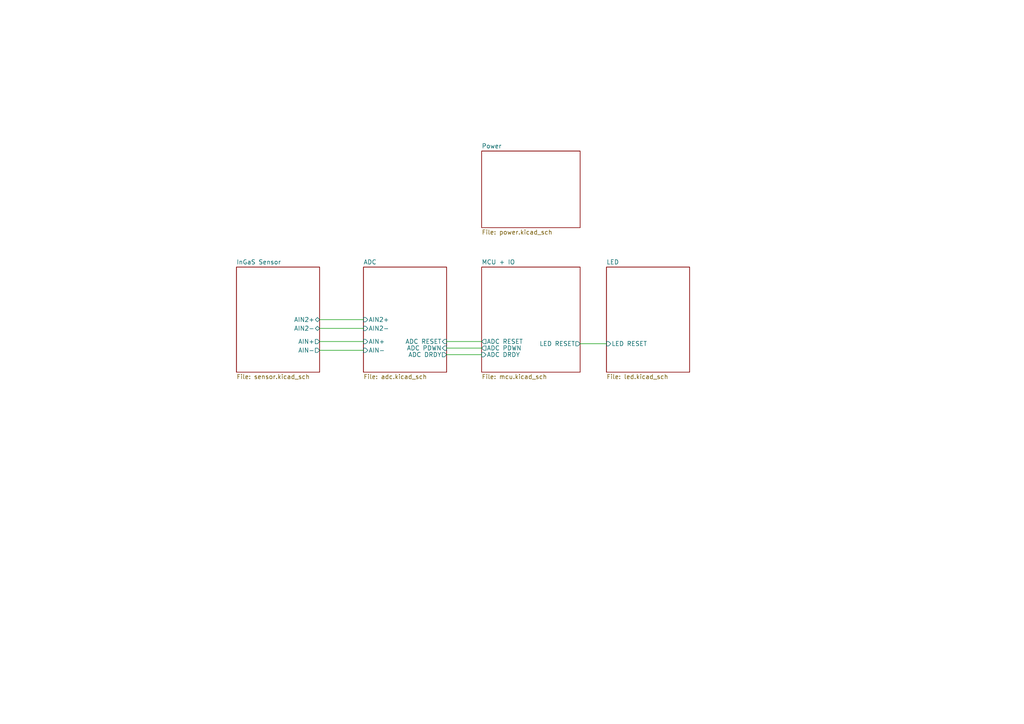
<source format=kicad_sch>
(kicad_sch (version 20211123) (generator eeschema)
  (paper "A4")
  (title_block (title "Development Board") (date "2022-03-15") (rev "2.1") (company "Plastic Scanner"))
  (lib_symbols)
  (wire (pts (xy 92.71 99.06) (xy 105.41 99.06)))
  (wire (pts (xy 92.71 101.6) (xy 105.41 101.6)))
  (wire (pts (xy 129.54 99.06) (xy 139.7 99.06)))
  (wire (pts (xy 92.71 95.25) (xy 105.41 95.25)))
  (wire (pts (xy 92.71 92.71) (xy 105.41 92.71)))
  (wire (pts (xy 168.275 99.695) (xy 175.895 99.695)))
  (wire (pts (xy 129.54 102.87) (xy 139.7 102.87)))
  (wire (pts (xy 129.54 100.965) (xy 139.7 100.965)))
  (sheet (at 175.895 77.47) (size 24.13 30.48) (stroke (width 0.1524))
    (property "Sheet name" "LED" (at 175.895 76.7584 0) (effects (justify left bottom)))
    (property "Sheet file" "led.kicad_sch" (at 175.895 108.5346 0) (effects (justify left top)))
    (pin "LED RESET" input (at 175.895 99.695 180))
  )
  (sheet (at 139.7 43.815) (size 28.575 22.225) (stroke (width 0.1524))
    (property "Sheet name" "Power" (at 139.7 43.1034 0) (effects (justify left bottom)))
    (property "Sheet file" "power.kicad_sch" (at 139.7 66.6246 0) (effects (justify left top)))
  )
  (sheet (at 68.58 77.47) (size 24.13 30.48) (stroke (width 0.1524))
    (property "Sheet name" "InGaS Sensor" (at 68.58 76.7584 0) (effects (justify left bottom)))
    (property "Sheet file" "sensor.kicad_sch" (at 68.58 108.5346 0) (effects (justify left top)))
    (pin "AIN-" output (at 92.71 101.6 0))
    (pin "AIN+" output (at 92.71 99.06 0))
    (pin "AIN2-" bidirectional (at 92.71 95.25 0))
    (pin "AIN2+" bidirectional (at 92.71 92.71 0))
  )
  (sheet (at 105.41 77.47) (size 24.13 30.48) (stroke (width 0.1524))
    (property "Sheet name" "ADC" (at 105.41 76.7584 0) (effects (justify left bottom)))
    (property "Sheet file" "adc.kicad_sch" (at 105.41 108.5346 0) (effects (justify left top)))
    (pin "AIN+" input (at 105.41 99.06 180))
    (pin "AIN-" input (at 105.41 101.6 180))
    (pin "ADC RESET" input (at 129.54 99.06 0))
    (pin "ADC PDWN" input (at 129.54 100.965 0))
    (pin "ADC DRDY" output (at 129.54 102.87 0))
    (pin "AIN2+" input (at 105.41 92.71 180))
    (pin "AIN2-" input (at 105.41 95.25 180))
  )
  (sheet (at 139.7 77.47) (size 28.575 30.48) (stroke (width 0.1524))
    (property "Sheet name" "MCU + IO" (at 139.7 76.7584 0) (effects (justify left bottom)))
    (property "Sheet file" "mcu.kicad_sch" (at 139.7 108.5346 0) (effects (justify left top)))
    (pin "ADC RESET" output (at 139.7 99.06 180))
    (pin "ADC PDWN" output (at 139.7 100.965 180))
    (pin "ADC DRDY" input (at 139.7 102.87 180))
    (pin "LED RESET" output (at 168.275 99.695 0))
  )
)
</source>
